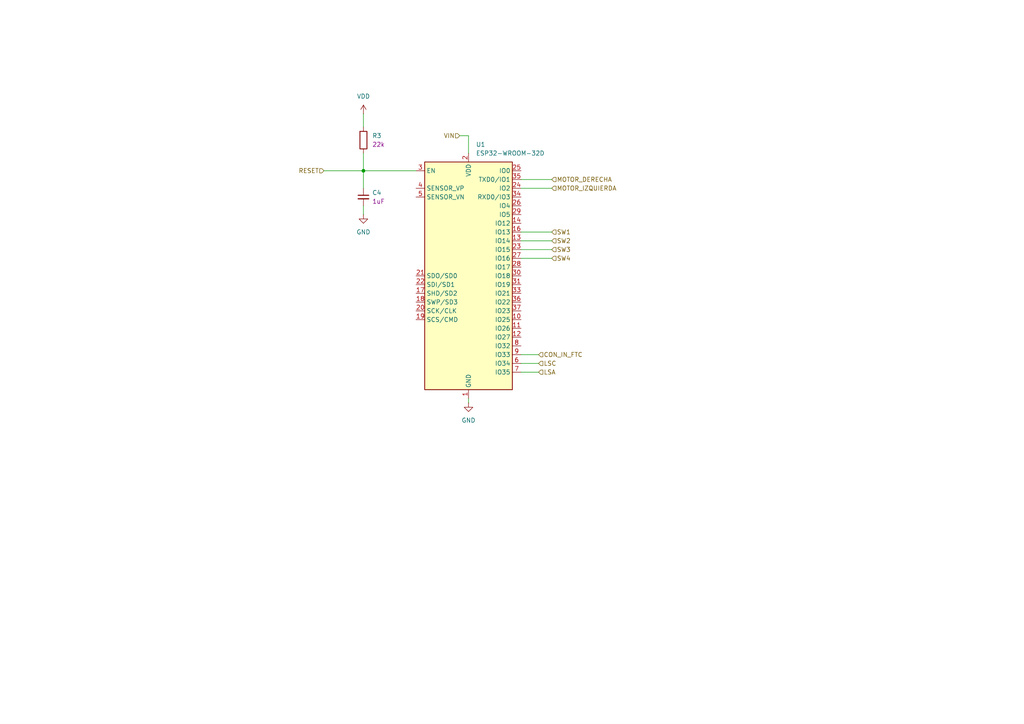
<source format=kicad_sch>
(kicad_sch
	(version 20250114)
	(generator "eeschema")
	(generator_version "9.0")
	(uuid "91235ce3-495d-48b0-bc98-ad70ea9eebda")
	(paper "A4")
	(lib_symbols
		(symbol "PCM_4ms_Capacitor:100nF_0603_16V"
			(pin_numbers
				(hide yes)
			)
			(pin_names
				(offset 0.254)
				(hide yes)
			)
			(exclude_from_sim no)
			(in_bom yes)
			(on_board yes)
			(property "Reference" "C"
				(at 1.905 1.27 0)
				(effects
					(font
						(size 1.27 1.27)
					)
					(justify left)
				)
			)
			(property "Value" "100nF_0603_16V"
				(at 0 3.81 0)
				(effects
					(font
						(size 1.27 1.27)
					)
					(hide yes)
				)
			)
			(property "Footprint" "4ms_Capacitor:C_0603"
				(at -2.54 -5.08 0)
				(effects
					(font
						(size 1.27 1.27)
					)
					(justify left)
					(hide yes)
				)
			)
			(property "Datasheet" ""
				(at 0 0 0)
				(effects
					(font
						(size 1.27 1.27)
					)
					(hide yes)
				)
			)
			(property "Description" "0.1uF, Min. 16V 10%, X7R or X5R or similar"
				(at 0 0 0)
				(effects
					(font
						(size 1.27 1.27)
					)
					(hide yes)
				)
			)
			(property "Specifications" "0.1uF, Min. 16V 10%, X7R or X5R or similar"
				(at -2.54 -7.874 0)
				(effects
					(font
						(size 1.27 1.27)
					)
					(justify left)
					(hide yes)
				)
			)
			(property "Manufacturer" "AVX Corporation"
				(at -2.54 -9.398 0)
				(effects
					(font
						(size 1.27 1.27)
					)
					(justify left)
					(hide yes)
				)
			)
			(property "Part Number" "0603YC104KAT2A"
				(at -2.54 -10.922 0)
				(effects
					(font
						(size 1.27 1.27)
					)
					(justify left)
					(hide yes)
				)
			)
			(property "Display" "0.1uF"
				(at 1.905 -1.27 0)
				(effects
					(font
						(size 1.27 1.27)
					)
					(justify left)
				)
			)
			(property "JLCPCB ID" "C14663"
				(at 1.27 -12.7 0)
				(effects
					(font
						(size 1.27 1.27)
					)
					(hide yes)
				)
			)
			(property "ki_keywords" "100nF_0603_16V"
				(at 0 0 0)
				(effects
					(font
						(size 1.27 1.27)
					)
					(hide yes)
				)
			)
			(property "ki_fp_filters" "C_*"
				(at 0 0 0)
				(effects
					(font
						(size 1.27 1.27)
					)
					(hide yes)
				)
			)
			(symbol "100nF_0603_16V_0_1"
				(polyline
					(pts
						(xy -1.524 0.508) (xy 1.524 0.508)
					)
					(stroke
						(width 0.3048)
						(type default)
					)
					(fill
						(type none)
					)
				)
				(polyline
					(pts
						(xy -1.524 -0.508) (xy 1.524 -0.508)
					)
					(stroke
						(width 0.3302)
						(type default)
					)
					(fill
						(type none)
					)
				)
			)
			(symbol "100nF_0603_16V_1_1"
				(pin passive line
					(at 0 2.54 270)
					(length 2.032)
					(name "~"
						(effects
							(font
								(size 1.27 1.27)
							)
						)
					)
					(number "1"
						(effects
							(font
								(size 1.27 1.27)
							)
						)
					)
				)
				(pin passive line
					(at 0 -2.54 90)
					(length 2.032)
					(name "~"
						(effects
							(font
								(size 1.27 1.27)
							)
						)
					)
					(number "2"
						(effects
							(font
								(size 1.27 1.27)
							)
						)
					)
				)
			)
			(embedded_fonts no)
		)
		(symbol "PCM_4ms_Resistor:22k_0603"
			(pin_numbers
				(hide yes)
			)
			(pin_names
				(offset 0)
			)
			(exclude_from_sim no)
			(in_bom yes)
			(on_board yes)
			(property "Reference" "R"
				(at 2.032 0 90)
				(effects
					(font
						(size 1.27 1.27)
					)
				)
			)
			(property "Value" "22k_0603"
				(at -2.54 0 90)
				(effects
					(font
						(size 1.27 1.27)
					)
					(hide yes)
				)
			)
			(property "Footprint" "4ms_Resistor:R_0603"
				(at -2.54 -12.7 0)
				(effects
					(font
						(size 1.27 1.27)
					)
					(justify left)
					(hide yes)
				)
			)
			(property "Datasheet" ""
				(at 0 0 0)
				(effects
					(font
						(size 1.27 1.27)
					)
					(hide yes)
				)
			)
			(property "Description" "22K, 1%, 1/10W, 0603"
				(at 0 0 0)
				(effects
					(font
						(size 1.27 1.27)
					)
					(hide yes)
				)
			)
			(property "Specifications" "22K, 1%, 1/10W, 0603"
				(at -2.54 -7.874 0)
				(effects
					(font
						(size 1.27 1.27)
					)
					(justify left)
					(hide yes)
				)
			)
			(property "Manufacturer" "Yageo"
				(at -2.54 -9.398 0)
				(effects
					(font
						(size 1.27 1.27)
					)
					(justify left)
					(hide yes)
				)
			)
			(property "Part Number" "RC0603FR-0722KL"
				(at -2.54 -10.922 0)
				(effects
					(font
						(size 1.27 1.27)
					)
					(justify left)
					(hide yes)
				)
			)
			(property "Display" "22k"
				(at 3.81 0 90)
				(effects
					(font
						(size 1.27 1.27)
					)
				)
			)
			(property "JLCPCB ID" "C31850"
				(at 3.81 0 90)
				(effects
					(font
						(size 1.27 1.27)
					)
					(hide yes)
				)
			)
			(property "ki_keywords" "22k_0603"
				(at 0 0 0)
				(effects
					(font
						(size 1.27 1.27)
					)
					(hide yes)
				)
			)
			(property "ki_fp_filters" "R_* R_*"
				(at 0 0 0)
				(effects
					(font
						(size 1.27 1.27)
					)
					(hide yes)
				)
			)
			(symbol "22k_0603_0_1"
				(rectangle
					(start -1.016 -2.54)
					(end 1.016 2.54)
					(stroke
						(width 0.254)
						(type default)
					)
					(fill
						(type none)
					)
				)
			)
			(symbol "22k_0603_1_1"
				(pin passive line
					(at 0 3.81 270)
					(length 1.27)
					(name "~"
						(effects
							(font
								(size 1.27 1.27)
							)
						)
					)
					(number "1"
						(effects
							(font
								(size 1.27 1.27)
							)
						)
					)
				)
				(pin passive line
					(at 0 -3.81 90)
					(length 1.27)
					(name "~"
						(effects
							(font
								(size 1.27 1.27)
							)
						)
					)
					(number "2"
						(effects
							(font
								(size 1.27 1.27)
							)
						)
					)
				)
			)
			(embedded_fonts no)
		)
		(symbol "RF_Module:ESP32-WROOM-32D"
			(exclude_from_sim no)
			(in_bom yes)
			(on_board yes)
			(property "Reference" "U"
				(at -12.7 34.29 0)
				(effects
					(font
						(size 1.27 1.27)
					)
					(justify left)
				)
			)
			(property "Value" "ESP32-WROOM-32D"
				(at 1.27 34.29 0)
				(effects
					(font
						(size 1.27 1.27)
					)
					(justify left)
				)
			)
			(property "Footprint" "RF_Module:ESP32-WROOM-32D"
				(at 16.51 -34.29 0)
				(effects
					(font
						(size 1.27 1.27)
					)
					(hide yes)
				)
			)
			(property "Datasheet" "https://www.espressif.com/sites/default/files/documentation/esp32-wroom-32d_esp32-wroom-32u_datasheet_en.pdf"
				(at -7.62 1.27 0)
				(effects
					(font
						(size 1.27 1.27)
					)
					(hide yes)
				)
			)
			(property "Description" "RF Module, ESP32-D0WD SoC, Wi-Fi 802.11b/g/n, Bluetooth, BLE, 32-bit, 2.7-3.6V, onboard antenna, SMD"
				(at 0 0 0)
				(effects
					(font
						(size 1.27 1.27)
					)
					(hide yes)
				)
			)
			(property "ki_keywords" "RF Radio BT ESP ESP32 Espressif onboard PCB antenna"
				(at 0 0 0)
				(effects
					(font
						(size 1.27 1.27)
					)
					(hide yes)
				)
			)
			(property "ki_fp_filters" "ESP32?WROOM?32D*"
				(at 0 0 0)
				(effects
					(font
						(size 1.27 1.27)
					)
					(hide yes)
				)
			)
			(symbol "ESP32-WROOM-32D_0_1"
				(rectangle
					(start -12.7 33.02)
					(end 12.7 -33.02)
					(stroke
						(width 0.254)
						(type default)
					)
					(fill
						(type background)
					)
				)
			)
			(symbol "ESP32-WROOM-32D_1_1"
				(pin input line
					(at -15.24 30.48 0)
					(length 2.54)
					(name "EN"
						(effects
							(font
								(size 1.27 1.27)
							)
						)
					)
					(number "3"
						(effects
							(font
								(size 1.27 1.27)
							)
						)
					)
				)
				(pin input line
					(at -15.24 25.4 0)
					(length 2.54)
					(name "SENSOR_VP"
						(effects
							(font
								(size 1.27 1.27)
							)
						)
					)
					(number "4"
						(effects
							(font
								(size 1.27 1.27)
							)
						)
					)
				)
				(pin input line
					(at -15.24 22.86 0)
					(length 2.54)
					(name "SENSOR_VN"
						(effects
							(font
								(size 1.27 1.27)
							)
						)
					)
					(number "5"
						(effects
							(font
								(size 1.27 1.27)
							)
						)
					)
				)
				(pin bidirectional line
					(at -15.24 0 0)
					(length 2.54)
					(name "SDO/SD0"
						(effects
							(font
								(size 1.27 1.27)
							)
						)
					)
					(number "21"
						(effects
							(font
								(size 1.27 1.27)
							)
						)
					)
				)
				(pin bidirectional line
					(at -15.24 -2.54 0)
					(length 2.54)
					(name "SDI/SD1"
						(effects
							(font
								(size 1.27 1.27)
							)
						)
					)
					(number "22"
						(effects
							(font
								(size 1.27 1.27)
							)
						)
					)
				)
				(pin bidirectional line
					(at -15.24 -5.08 0)
					(length 2.54)
					(name "SHD/SD2"
						(effects
							(font
								(size 1.27 1.27)
							)
						)
					)
					(number "17"
						(effects
							(font
								(size 1.27 1.27)
							)
						)
					)
				)
				(pin bidirectional line
					(at -15.24 -7.62 0)
					(length 2.54)
					(name "SWP/SD3"
						(effects
							(font
								(size 1.27 1.27)
							)
						)
					)
					(number "18"
						(effects
							(font
								(size 1.27 1.27)
							)
						)
					)
				)
				(pin bidirectional line
					(at -15.24 -10.16 0)
					(length 2.54)
					(name "SCK/CLK"
						(effects
							(font
								(size 1.27 1.27)
							)
						)
					)
					(number "20"
						(effects
							(font
								(size 1.27 1.27)
							)
						)
					)
				)
				(pin bidirectional line
					(at -15.24 -12.7 0)
					(length 2.54)
					(name "SCS/CMD"
						(effects
							(font
								(size 1.27 1.27)
							)
						)
					)
					(number "19"
						(effects
							(font
								(size 1.27 1.27)
							)
						)
					)
				)
				(pin no_connect line
					(at -12.7 -27.94 0)
					(length 2.54)
					(hide yes)
					(name "NC"
						(effects
							(font
								(size 1.27 1.27)
							)
						)
					)
					(number "32"
						(effects
							(font
								(size 1.27 1.27)
							)
						)
					)
				)
				(pin power_in line
					(at 0 35.56 270)
					(length 2.54)
					(name "VDD"
						(effects
							(font
								(size 1.27 1.27)
							)
						)
					)
					(number "2"
						(effects
							(font
								(size 1.27 1.27)
							)
						)
					)
				)
				(pin power_in line
					(at 0 -35.56 90)
					(length 2.54)
					(name "GND"
						(effects
							(font
								(size 1.27 1.27)
							)
						)
					)
					(number "1"
						(effects
							(font
								(size 1.27 1.27)
							)
						)
					)
				)
				(pin passive line
					(at 0 -35.56 90)
					(length 2.54)
					(hide yes)
					(name "GND"
						(effects
							(font
								(size 1.27 1.27)
							)
						)
					)
					(number "15"
						(effects
							(font
								(size 1.27 1.27)
							)
						)
					)
				)
				(pin passive line
					(at 0 -35.56 90)
					(length 2.54)
					(hide yes)
					(name "GND"
						(effects
							(font
								(size 1.27 1.27)
							)
						)
					)
					(number "38"
						(effects
							(font
								(size 1.27 1.27)
							)
						)
					)
				)
				(pin passive line
					(at 0 -35.56 90)
					(length 2.54)
					(hide yes)
					(name "GND"
						(effects
							(font
								(size 1.27 1.27)
							)
						)
					)
					(number "39"
						(effects
							(font
								(size 1.27 1.27)
							)
						)
					)
				)
				(pin bidirectional line
					(at 15.24 30.48 180)
					(length 2.54)
					(name "IO0"
						(effects
							(font
								(size 1.27 1.27)
							)
						)
					)
					(number "25"
						(effects
							(font
								(size 1.27 1.27)
							)
						)
					)
				)
				(pin bidirectional line
					(at 15.24 27.94 180)
					(length 2.54)
					(name "TXD0/IO1"
						(effects
							(font
								(size 1.27 1.27)
							)
						)
					)
					(number "35"
						(effects
							(font
								(size 1.27 1.27)
							)
						)
					)
				)
				(pin bidirectional line
					(at 15.24 25.4 180)
					(length 2.54)
					(name "IO2"
						(effects
							(font
								(size 1.27 1.27)
							)
						)
					)
					(number "24"
						(effects
							(font
								(size 1.27 1.27)
							)
						)
					)
				)
				(pin bidirectional line
					(at 15.24 22.86 180)
					(length 2.54)
					(name "RXD0/IO3"
						(effects
							(font
								(size 1.27 1.27)
							)
						)
					)
					(number "34"
						(effects
							(font
								(size 1.27 1.27)
							)
						)
					)
				)
				(pin bidirectional line
					(at 15.24 20.32 180)
					(length 2.54)
					(name "IO4"
						(effects
							(font
								(size 1.27 1.27)
							)
						)
					)
					(number "26"
						(effects
							(font
								(size 1.27 1.27)
							)
						)
					)
				)
				(pin bidirectional line
					(at 15.24 17.78 180)
					(length 2.54)
					(name "IO5"
						(effects
							(font
								(size 1.27 1.27)
							)
						)
					)
					(number "29"
						(effects
							(font
								(size 1.27 1.27)
							)
						)
					)
				)
				(pin bidirectional line
					(at 15.24 15.24 180)
					(length 2.54)
					(name "IO12"
						(effects
							(font
								(size 1.27 1.27)
							)
						)
					)
					(number "14"
						(effects
							(font
								(size 1.27 1.27)
							)
						)
					)
				)
				(pin bidirectional line
					(at 15.24 12.7 180)
					(length 2.54)
					(name "IO13"
						(effects
							(font
								(size 1.27 1.27)
							)
						)
					)
					(number "16"
						(effects
							(font
								(size 1.27 1.27)
							)
						)
					)
				)
				(pin bidirectional line
					(at 15.24 10.16 180)
					(length 2.54)
					(name "IO14"
						(effects
							(font
								(size 1.27 1.27)
							)
						)
					)
					(number "13"
						(effects
							(font
								(size 1.27 1.27)
							)
						)
					)
				)
				(pin bidirectional line
					(at 15.24 7.62 180)
					(length 2.54)
					(name "IO15"
						(effects
							(font
								(size 1.27 1.27)
							)
						)
					)
					(number "23"
						(effects
							(font
								(size 1.27 1.27)
							)
						)
					)
				)
				(pin bidirectional line
					(at 15.24 5.08 180)
					(length 2.54)
					(name "IO16"
						(effects
							(font
								(size 1.27 1.27)
							)
						)
					)
					(number "27"
						(effects
							(font
								(size 1.27 1.27)
							)
						)
					)
				)
				(pin bidirectional line
					(at 15.24 2.54 180)
					(length 2.54)
					(name "IO17"
						(effects
							(font
								(size 1.27 1.27)
							)
						)
					)
					(number "28"
						(effects
							(font
								(size 1.27 1.27)
							)
						)
					)
				)
				(pin bidirectional line
					(at 15.24 0 180)
					(length 2.54)
					(name "IO18"
						(effects
							(font
								(size 1.27 1.27)
							)
						)
					)
					(number "30"
						(effects
							(font
								(size 1.27 1.27)
							)
						)
					)
				)
				(pin bidirectional line
					(at 15.24 -2.54 180)
					(length 2.54)
					(name "IO19"
						(effects
							(font
								(size 1.27 1.27)
							)
						)
					)
					(number "31"
						(effects
							(font
								(size 1.27 1.27)
							)
						)
					)
				)
				(pin bidirectional line
					(at 15.24 -5.08 180)
					(length 2.54)
					(name "IO21"
						(effects
							(font
								(size 1.27 1.27)
							)
						)
					)
					(number "33"
						(effects
							(font
								(size 1.27 1.27)
							)
						)
					)
				)
				(pin bidirectional line
					(at 15.24 -7.62 180)
					(length 2.54)
					(name "IO22"
						(effects
							(font
								(size 1.27 1.27)
							)
						)
					)
					(number "36"
						(effects
							(font
								(size 1.27 1.27)
							)
						)
					)
				)
				(pin bidirectional line
					(at 15.24 -10.16 180)
					(length 2.54)
					(name "IO23"
						(effects
							(font
								(size 1.27 1.27)
							)
						)
					)
					(number "37"
						(effects
							(font
								(size 1.27 1.27)
							)
						)
					)
				)
				(pin bidirectional line
					(at 15.24 -12.7 180)
					(length 2.54)
					(name "IO25"
						(effects
							(font
								(size 1.27 1.27)
							)
						)
					)
					(number "10"
						(effects
							(font
								(size 1.27 1.27)
							)
						)
					)
				)
				(pin bidirectional line
					(at 15.24 -15.24 180)
					(length 2.54)
					(name "IO26"
						(effects
							(font
								(size 1.27 1.27)
							)
						)
					)
					(number "11"
						(effects
							(font
								(size 1.27 1.27)
							)
						)
					)
				)
				(pin bidirectional line
					(at 15.24 -17.78 180)
					(length 2.54)
					(name "IO27"
						(effects
							(font
								(size 1.27 1.27)
							)
						)
					)
					(number "12"
						(effects
							(font
								(size 1.27 1.27)
							)
						)
					)
				)
				(pin bidirectional line
					(at 15.24 -20.32 180)
					(length 2.54)
					(name "IO32"
						(effects
							(font
								(size 1.27 1.27)
							)
						)
					)
					(number "8"
						(effects
							(font
								(size 1.27 1.27)
							)
						)
					)
				)
				(pin bidirectional line
					(at 15.24 -22.86 180)
					(length 2.54)
					(name "IO33"
						(effects
							(font
								(size 1.27 1.27)
							)
						)
					)
					(number "9"
						(effects
							(font
								(size 1.27 1.27)
							)
						)
					)
				)
				(pin input line
					(at 15.24 -25.4 180)
					(length 2.54)
					(name "IO34"
						(effects
							(font
								(size 1.27 1.27)
							)
						)
					)
					(number "6"
						(effects
							(font
								(size 1.27 1.27)
							)
						)
					)
				)
				(pin input line
					(at 15.24 -27.94 180)
					(length 2.54)
					(name "IO35"
						(effects
							(font
								(size 1.27 1.27)
							)
						)
					)
					(number "7"
						(effects
							(font
								(size 1.27 1.27)
							)
						)
					)
				)
			)
			(embedded_fonts no)
		)
		(symbol "power:GND"
			(power)
			(pin_numbers
				(hide yes)
			)
			(pin_names
				(offset 0)
				(hide yes)
			)
			(exclude_from_sim no)
			(in_bom yes)
			(on_board yes)
			(property "Reference" "#PWR"
				(at 0 -6.35 0)
				(effects
					(font
						(size 1.27 1.27)
					)
					(hide yes)
				)
			)
			(property "Value" "GND"
				(at 0 -3.81 0)
				(effects
					(font
						(size 1.27 1.27)
					)
				)
			)
			(property "Footprint" ""
				(at 0 0 0)
				(effects
					(font
						(size 1.27 1.27)
					)
					(hide yes)
				)
			)
			(property "Datasheet" ""
				(at 0 0 0)
				(effects
					(font
						(size 1.27 1.27)
					)
					(hide yes)
				)
			)
			(property "Description" "Power symbol creates a global label with name \"GND\" , ground"
				(at 0 0 0)
				(effects
					(font
						(size 1.27 1.27)
					)
					(hide yes)
				)
			)
			(property "ki_keywords" "global power"
				(at 0 0 0)
				(effects
					(font
						(size 1.27 1.27)
					)
					(hide yes)
				)
			)
			(symbol "GND_0_1"
				(polyline
					(pts
						(xy 0 0) (xy 0 -1.27) (xy 1.27 -1.27) (xy 0 -2.54) (xy -1.27 -1.27) (xy 0 -1.27)
					)
					(stroke
						(width 0)
						(type default)
					)
					(fill
						(type none)
					)
				)
			)
			(symbol "GND_1_1"
				(pin power_in line
					(at 0 0 270)
					(length 0)
					(name "~"
						(effects
							(font
								(size 1.27 1.27)
							)
						)
					)
					(number "1"
						(effects
							(font
								(size 1.27 1.27)
							)
						)
					)
				)
			)
			(embedded_fonts no)
		)
		(symbol "power:VDD"
			(power)
			(pin_numbers
				(hide yes)
			)
			(pin_names
				(offset 0)
				(hide yes)
			)
			(exclude_from_sim no)
			(in_bom yes)
			(on_board yes)
			(property "Reference" "#PWR"
				(at 0 -3.81 0)
				(effects
					(font
						(size 1.27 1.27)
					)
					(hide yes)
				)
			)
			(property "Value" "VDD"
				(at 0 3.556 0)
				(effects
					(font
						(size 1.27 1.27)
					)
				)
			)
			(property "Footprint" ""
				(at 0 0 0)
				(effects
					(font
						(size 1.27 1.27)
					)
					(hide yes)
				)
			)
			(property "Datasheet" ""
				(at 0 0 0)
				(effects
					(font
						(size 1.27 1.27)
					)
					(hide yes)
				)
			)
			(property "Description" "Power symbol creates a global label with name \"VDD\""
				(at 0 0 0)
				(effects
					(font
						(size 1.27 1.27)
					)
					(hide yes)
				)
			)
			(property "ki_keywords" "global power"
				(at 0 0 0)
				(effects
					(font
						(size 1.27 1.27)
					)
					(hide yes)
				)
			)
			(symbol "VDD_0_1"
				(polyline
					(pts
						(xy -0.762 1.27) (xy 0 2.54)
					)
					(stroke
						(width 0)
						(type default)
					)
					(fill
						(type none)
					)
				)
				(polyline
					(pts
						(xy 0 2.54) (xy 0.762 1.27)
					)
					(stroke
						(width 0)
						(type default)
					)
					(fill
						(type none)
					)
				)
				(polyline
					(pts
						(xy 0 0) (xy 0 2.54)
					)
					(stroke
						(width 0)
						(type default)
					)
					(fill
						(type none)
					)
				)
			)
			(symbol "VDD_1_1"
				(pin power_in line
					(at 0 0 90)
					(length 0)
					(name "~"
						(effects
							(font
								(size 1.27 1.27)
							)
						)
					)
					(number "1"
						(effects
							(font
								(size 1.27 1.27)
							)
						)
					)
				)
			)
			(embedded_fonts no)
		)
	)
	(junction
		(at 105.41 49.53)
		(diameter 0)
		(color 0 0 0 0)
		(uuid "9074619f-d4c8-49da-a6d6-837d1a6786a7")
	)
	(wire
		(pts
			(xy 133.35 39.37) (xy 135.89 39.37)
		)
		(stroke
			(width 0)
			(type default)
		)
		(uuid "0419e1d4-907d-4277-8709-17e570819f58")
	)
	(wire
		(pts
			(xy 151.13 105.41) (xy 156.21 105.41)
		)
		(stroke
			(width 0)
			(type default)
		)
		(uuid "0859329f-06ec-4131-8a11-5ee21197a782")
	)
	(wire
		(pts
			(xy 105.41 33.02) (xy 105.41 36.83)
		)
		(stroke
			(width 0)
			(type default)
		)
		(uuid "11890e6d-e9a9-4f48-8456-1ff8fc8cef42")
	)
	(wire
		(pts
			(xy 160.02 52.07) (xy 151.13 52.07)
		)
		(stroke
			(width 0)
			(type default)
		)
		(uuid "202ede86-d24d-4894-bfff-df0b283e292d")
	)
	(wire
		(pts
			(xy 151.13 102.87) (xy 156.21 102.87)
		)
		(stroke
			(width 0)
			(type default)
		)
		(uuid "218a78a8-2ebb-4f9c-bd3e-6e83bb84fc88")
	)
	(wire
		(pts
			(xy 93.98 49.53) (xy 105.41 49.53)
		)
		(stroke
			(width 0)
			(type default)
		)
		(uuid "4338a38b-0da4-4e2c-a930-552fe100c193")
	)
	(wire
		(pts
			(xy 105.41 59.69) (xy 105.41 62.23)
		)
		(stroke
			(width 0)
			(type default)
		)
		(uuid "477f112b-7419-484c-872b-cc82201613c5")
	)
	(wire
		(pts
			(xy 160.02 72.39) (xy 151.13 72.39)
		)
		(stroke
			(width 0)
			(type default)
		)
		(uuid "485dfbcb-267c-46ce-a059-9c31100e5f68")
	)
	(wire
		(pts
			(xy 151.13 67.31) (xy 160.02 67.31)
		)
		(stroke
			(width 0)
			(type default)
		)
		(uuid "4df95eb1-448f-4b94-911b-f6a9dfcf4040")
	)
	(wire
		(pts
			(xy 160.02 54.61) (xy 151.13 54.61)
		)
		(stroke
			(width 0)
			(type default)
		)
		(uuid "4e1402d0-c14b-43da-9355-7209d4bba39d")
	)
	(wire
		(pts
			(xy 105.41 49.53) (xy 120.65 49.53)
		)
		(stroke
			(width 0)
			(type default)
		)
		(uuid "586392df-29c3-4dc2-927d-7d68dae36ed1")
	)
	(wire
		(pts
			(xy 160.02 74.93) (xy 151.13 74.93)
		)
		(stroke
			(width 0)
			(type default)
		)
		(uuid "730e93fb-09f3-43fa-9b38-f4ae43f551f8")
	)
	(wire
		(pts
			(xy 135.89 39.37) (xy 135.89 44.45)
		)
		(stroke
			(width 0)
			(type default)
		)
		(uuid "8bb0e4c7-2b20-4ac7-8b19-eb7df5cd5b69")
	)
	(wire
		(pts
			(xy 151.13 107.95) (xy 156.21 107.95)
		)
		(stroke
			(width 0)
			(type default)
		)
		(uuid "a0b537df-db47-4490-8297-a61e42a072db")
	)
	(wire
		(pts
			(xy 105.41 44.45) (xy 105.41 49.53)
		)
		(stroke
			(width 0)
			(type default)
		)
		(uuid "b1a3e9bb-a18b-4f2b-87d2-85e0180243dc")
	)
	(wire
		(pts
			(xy 105.41 49.53) (xy 105.41 54.61)
		)
		(stroke
			(width 0)
			(type default)
		)
		(uuid "f144d254-8548-4a89-bde6-7fbbde35687c")
	)
	(wire
		(pts
			(xy 135.89 115.57) (xy 135.89 116.84)
		)
		(stroke
			(width 0)
			(type default)
		)
		(uuid "f506443e-f8a9-494c-88b8-d6cbd33f4c93")
	)
	(wire
		(pts
			(xy 151.13 69.85) (xy 160.02 69.85)
		)
		(stroke
			(width 0)
			(type default)
		)
		(uuid "ffe43c55-97be-4b0d-8df5-726e92120197")
	)
	(hierarchical_label "SW4"
		(shape input)
		(at 160.02 74.93 0)
		(effects
			(font
				(size 1.27 1.27)
			)
			(justify left)
		)
		(uuid "2b5a2c48-6eea-4fee-88f0-7df7caffeca1")
	)
	(hierarchical_label "LSC"
		(shape input)
		(at 156.21 105.41 0)
		(effects
			(font
				(size 1.27 1.27)
			)
			(justify left)
		)
		(uuid "3a4b162c-e1be-4d94-b6df-e402d69bbd32")
	)
	(hierarchical_label "LSA"
		(shape input)
		(at 156.21 107.95 0)
		(effects
			(font
				(size 1.27 1.27)
			)
			(justify left)
		)
		(uuid "5b6ba111-59a3-4864-bf49-1037bf539b86")
	)
	(hierarchical_label "RESET"
		(shape input)
		(at 93.98 49.53 180)
		(effects
			(font
				(size 1.27 1.27)
			)
			(justify right)
		)
		(uuid "5ee12bf0-df3c-4b5c-991f-c49ce31ae66e")
	)
	(hierarchical_label "SW2"
		(shape input)
		(at 160.02 69.85 0)
		(effects
			(font
				(size 1.27 1.27)
			)
			(justify left)
		)
		(uuid "a56582d2-60bd-4a70-be63-73ab09f50e8c")
	)
	(hierarchical_label "MOTOR_IZQUIERDA"
		(shape input)
		(at 160.02 54.61 0)
		(effects
			(font
				(size 1.27 1.27)
			)
			(justify left)
		)
		(uuid "a88ac71a-0bdc-4871-a463-cf59d9819a24")
	)
	(hierarchical_label "SW1"
		(shape input)
		(at 160.02 67.31 0)
		(effects
			(font
				(size 1.27 1.27)
			)
			(justify left)
		)
		(uuid "db5c053f-b6c3-4523-9098-44de018b7ffe")
	)
	(hierarchical_label "CON_IN_FTC"
		(shape input)
		(at 156.21 102.87 0)
		(effects
			(font
				(size 1.27 1.27)
			)
			(justify left)
		)
		(uuid "e50223c9-f06a-4c95-9925-6c6c68b5ba9a")
	)
	(hierarchical_label "VIN"
		(shape input)
		(at 133.35 39.37 180)
		(effects
			(font
				(size 1.27 1.27)
			)
			(justify right)
		)
		(uuid "e6139529-4a8a-4f09-b450-40ff200c41b1")
	)
	(hierarchical_label "MOTOR_DERECHA"
		(shape input)
		(at 160.02 52.07 0)
		(effects
			(font
				(size 1.27 1.27)
			)
			(justify left)
		)
		(uuid "f7a9cafe-458d-4758-8348-005acb55436d")
	)
	(hierarchical_label "SW3"
		(shape input)
		(at 160.02 72.39 0)
		(effects
			(font
				(size 1.27 1.27)
			)
			(justify left)
		)
		(uuid "f938fc2c-5bcc-4a22-96c2-9bc3723632af")
	)
	(symbol
		(lib_id "power:GND")
		(at 135.89 116.84 0)
		(unit 1)
		(exclude_from_sim no)
		(in_bom yes)
		(on_board yes)
		(dnp no)
		(fields_autoplaced yes)
		(uuid "3e0857cc-3610-4b70-a8f4-9a16d6cf0aa3")
		(property "Reference" "#PWR01"
			(at 135.89 123.19 0)
			(effects
				(font
					(size 1.27 1.27)
				)
				(hide yes)
			)
		)
		(property "Value" "GND"
			(at 135.89 121.92 0)
			(effects
				(font
					(size 1.27 1.27)
				)
			)
		)
		(property "Footprint" ""
			(at 135.89 116.84 0)
			(effects
				(font
					(size 1.27 1.27)
				)
				(hide yes)
			)
		)
		(property "Datasheet" ""
			(at 135.89 116.84 0)
			(effects
				(font
					(size 1.27 1.27)
				)
				(hide yes)
			)
		)
		(property "Description" "Power symbol creates a global label with name \"GND\" , ground"
			(at 135.89 116.84 0)
			(effects
				(font
					(size 1.27 1.27)
				)
				(hide yes)
			)
		)
		(pin "1"
			(uuid "22deb5fd-c84b-4a5a-a916-dc9f29175d8c")
		)
		(instances
			(project ""
				(path "/0074ed61-f346-42bd-a29d-d171d80548f4/510462ea-d4f2-4035-93d1-12ab41753ca9/0290fa9c-6937-4d44-bf9f-4418d5b45de4"
					(reference "#PWR01")
					(unit 1)
				)
			)
		)
	)
	(symbol
		(lib_id "power:GND")
		(at 105.41 62.23 0)
		(unit 1)
		(exclude_from_sim no)
		(in_bom yes)
		(on_board yes)
		(dnp no)
		(fields_autoplaced yes)
		(uuid "64c30ab5-3762-40dd-8b0c-1fdc3309ea68")
		(property "Reference" "#PWR011"
			(at 105.41 68.58 0)
			(effects
				(font
					(size 1.27 1.27)
				)
				(hide yes)
			)
		)
		(property "Value" "GND"
			(at 105.41 67.31 0)
			(effects
				(font
					(size 1.27 1.27)
				)
			)
		)
		(property "Footprint" ""
			(at 105.41 62.23 0)
			(effects
				(font
					(size 1.27 1.27)
				)
				(hide yes)
			)
		)
		(property "Datasheet" ""
			(at 105.41 62.23 0)
			(effects
				(font
					(size 1.27 1.27)
				)
				(hide yes)
			)
		)
		(property "Description" "Power symbol creates a global label with name \"GND\" , ground"
			(at 105.41 62.23 0)
			(effects
				(font
					(size 1.27 1.27)
				)
				(hide yes)
			)
		)
		(pin "1"
			(uuid "bfb99a08-43b5-4ecf-bcdf-7e5d3efd3d6c")
		)
		(instances
			(project "PLACA"
				(path "/0074ed61-f346-42bd-a29d-d171d80548f4/510462ea-d4f2-4035-93d1-12ab41753ca9/0290fa9c-6937-4d44-bf9f-4418d5b45de4"
					(reference "#PWR011")
					(unit 1)
				)
			)
		)
	)
	(symbol
		(lib_id "PCM_4ms_Capacitor:100nF_0603_16V")
		(at 105.41 57.15 0)
		(unit 1)
		(exclude_from_sim no)
		(in_bom yes)
		(on_board yes)
		(dnp no)
		(fields_autoplaced yes)
		(uuid "678fb893-43e4-40bb-9689-4695b13ab6b2")
		(property "Reference" "C4"
			(at 107.95 55.8862 0)
			(effects
				(font
					(size 1.27 1.27)
				)
				(justify left)
			)
		)
		(property "Value" "100nF_0603_16V"
			(at 105.41 53.34 0)
			(effects
				(font
					(size 1.27 1.27)
				)
				(hide yes)
			)
		)
		(property "Footprint" "PCM_4ms_Capacitor:C_0603"
			(at 102.87 62.23 0)
			(effects
				(font
					(size 1.27 1.27)
				)
				(justify left)
				(hide yes)
			)
		)
		(property "Datasheet" ""
			(at 105.41 57.15 0)
			(effects
				(font
					(size 1.27 1.27)
				)
				(hide yes)
			)
		)
		(property "Description" "0.1uF, Min. 16V 10%, X7R or X5R or similar"
			(at 105.41 57.15 0)
			(effects
				(font
					(size 1.27 1.27)
				)
				(hide yes)
			)
		)
		(property "Specifications" "0.1uF, Min. 16V 10%, X7R or X5R or similar"
			(at 102.87 65.024 0)
			(effects
				(font
					(size 1.27 1.27)
				)
				(justify left)
				(hide yes)
			)
		)
		(property "Manufacturer" "AVX Corporation"
			(at 102.87 66.548 0)
			(effects
				(font
					(size 1.27 1.27)
				)
				(justify left)
				(hide yes)
			)
		)
		(property "Part Number" "0603YC104KAT2A"
			(at 102.87 68.072 0)
			(effects
				(font
					(size 1.27 1.27)
				)
				(justify left)
				(hide yes)
			)
		)
		(property "Display" "1uF"
			(at 107.95 58.4262 0)
			(effects
				(font
					(size 1.27 1.27)
				)
				(justify left)
			)
		)
		(property "JLCPCB ID" "C14663"
			(at 106.68 69.85 0)
			(effects
				(font
					(size 1.27 1.27)
				)
				(hide yes)
			)
		)
		(pin "1"
			(uuid "3e20e8b3-645c-48e6-baa2-7ea943a73947")
		)
		(pin "2"
			(uuid "7ed89823-0278-4c7b-ae44-8634c5d23d9e")
		)
		(instances
			(project "PLACA"
				(path "/0074ed61-f346-42bd-a29d-d171d80548f4/510462ea-d4f2-4035-93d1-12ab41753ca9/0290fa9c-6937-4d44-bf9f-4418d5b45de4"
					(reference "C4")
					(unit 1)
				)
			)
		)
	)
	(symbol
		(lib_id "PCM_4ms_Resistor:22k_0603")
		(at 105.41 40.64 0)
		(unit 1)
		(exclude_from_sim no)
		(in_bom yes)
		(on_board yes)
		(dnp no)
		(fields_autoplaced yes)
		(uuid "934748a2-fe3c-426f-b7e8-bd286da562f1")
		(property "Reference" "R3"
			(at 107.95 39.3699 0)
			(effects
				(font
					(size 1.27 1.27)
				)
				(justify left)
			)
		)
		(property "Value" "22k_0603"
			(at 102.87 40.64 90)
			(effects
				(font
					(size 1.27 1.27)
				)
				(hide yes)
			)
		)
		(property "Footprint" "PCM_4ms_Resistor:R_0603"
			(at 102.87 53.34 0)
			(effects
				(font
					(size 1.27 1.27)
				)
				(justify left)
				(hide yes)
			)
		)
		(property "Datasheet" ""
			(at 105.41 40.64 0)
			(effects
				(font
					(size 1.27 1.27)
				)
				(hide yes)
			)
		)
		(property "Description" "22K, 1%, 1/10W, 0603"
			(at 105.41 40.64 0)
			(effects
				(font
					(size 1.27 1.27)
				)
				(hide yes)
			)
		)
		(property "Specifications" "22K, 1%, 1/10W, 0603"
			(at 102.87 48.514 0)
			(effects
				(font
					(size 1.27 1.27)
				)
				(justify left)
				(hide yes)
			)
		)
		(property "Manufacturer" "Yageo"
			(at 102.87 50.038 0)
			(effects
				(font
					(size 1.27 1.27)
				)
				(justify left)
				(hide yes)
			)
		)
		(property "Part Number" "RC0603FR-0722KL"
			(at 102.87 51.562 0)
			(effects
				(font
					(size 1.27 1.27)
				)
				(justify left)
				(hide yes)
			)
		)
		(property "Display" "22k"
			(at 107.95 41.9099 0)
			(effects
				(font
					(size 1.27 1.27)
				)
				(justify left)
			)
		)
		(property "JLCPCB ID" "C31850"
			(at 109.22 40.64 90)
			(effects
				(font
					(size 1.27 1.27)
				)
				(hide yes)
			)
		)
		(pin "1"
			(uuid "e6264bc2-8d37-45bf-aced-4062262688c7")
		)
		(pin "2"
			(uuid "fd701f15-8919-410e-ab2f-81749cf699b3")
		)
		(instances
			(project "PLACA"
				(path "/0074ed61-f346-42bd-a29d-d171d80548f4/510462ea-d4f2-4035-93d1-12ab41753ca9/0290fa9c-6937-4d44-bf9f-4418d5b45de4"
					(reference "R3")
					(unit 1)
				)
			)
		)
	)
	(symbol
		(lib_id "RF_Module:ESP32-WROOM-32D")
		(at 135.89 80.01 0)
		(unit 1)
		(exclude_from_sim no)
		(in_bom yes)
		(on_board yes)
		(dnp no)
		(fields_autoplaced yes)
		(uuid "ec50b8c7-b55d-48c5-ab3b-baab56d01089")
		(property "Reference" "U1"
			(at 138.0333 41.91 0)
			(effects
				(font
					(size 1.27 1.27)
				)
				(justify left)
			)
		)
		(property "Value" "ESP32-WROOM-32D"
			(at 138.0333 44.45 0)
			(effects
				(font
					(size 1.27 1.27)
				)
				(justify left)
			)
		)
		(property "Footprint" "RF_Module:ESP32-C3-DevKitM-1"
			(at 152.4 114.3 0)
			(effects
				(font
					(size 1.27 1.27)
				)
				(hide yes)
			)
		)
		(property "Datasheet" "https://www.espressif.com/sites/default/files/documentation/esp32-wroom-32d_esp32-wroom-32u_datasheet_en.pdf"
			(at 128.27 78.74 0)
			(effects
				(font
					(size 1.27 1.27)
				)
				(hide yes)
			)
		)
		(property "Description" "RF Module, ESP32-D0WD SoC, Wi-Fi 802.11b/g/n, Bluetooth, BLE, 32-bit, 2.7-3.6V, onboard antenna, SMD"
			(at 135.89 80.01 0)
			(effects
				(font
					(size 1.27 1.27)
				)
				(hide yes)
			)
		)
		(pin "26"
			(uuid "7fbfdd2a-711c-42aa-8cec-e7901108412a")
		)
		(pin "14"
			(uuid "01b72968-1ee4-411d-bf88-000263f5a297")
		)
		(pin "16"
			(uuid "755f6145-9bc6-4bca-81e8-c7c670503b07")
		)
		(pin "12"
			(uuid "f428503f-e59e-4b2b-9d7d-d046cade007e")
		)
		(pin "8"
			(uuid "05cade52-bcd3-4829-aed9-d980b6624664")
		)
		(pin "24"
			(uuid "9da60712-0531-49a5-b5d1-474888edba16")
		)
		(pin "36"
			(uuid "a257837e-f8ca-4045-9fa9-55d4d57d05a6")
		)
		(pin "30"
			(uuid "3ba20af8-4373-43e7-aa58-77a80b9a0701")
		)
		(pin "11"
			(uuid "0ff07f5a-1b4a-4137-9e1c-f39e64dc9d2d")
		)
		(pin "13"
			(uuid "f7dc3671-aec7-45ab-b741-f2307caf8ca5")
		)
		(pin "23"
			(uuid "e5188787-cc93-4d50-9d70-34674f4bee0a")
		)
		(pin "28"
			(uuid "b12029b0-1ba7-4e8e-8966-86ec30423216")
		)
		(pin "9"
			(uuid "a37d7b7f-2c54-49e0-a467-8a42b2cc2ecb")
		)
		(pin "33"
			(uuid "7d993462-191a-4d12-920d-30bc6a0489b1")
		)
		(pin "29"
			(uuid "5d52405e-0eaa-4bfa-a204-c7a37d3ed5eb")
		)
		(pin "7"
			(uuid "621ade60-a7f5-4c6f-bf3b-176b3147d2e2")
		)
		(pin "34"
			(uuid "8287b277-a414-4518-9d67-e38000c7c936")
		)
		(pin "6"
			(uuid "cd933010-52aa-407e-b536-fd87957604c4")
		)
		(pin "10"
			(uuid "a5c0d501-2d70-4c82-aaab-b122a410f28e")
		)
		(pin "37"
			(uuid "2defffe4-6e7b-4c7f-8be1-f0cb111533b4")
		)
		(pin "27"
			(uuid "ac139fe9-bd4a-49de-8147-e409e5cd2549")
		)
		(pin "31"
			(uuid "693d67ca-0804-487d-9da1-1fe85f0cbfeb")
		)
		(pin "18"
			(uuid "0f8f2238-2a5a-4796-a091-851dcf949a8a")
		)
		(pin "32"
			(uuid "482bb3ac-e7b7-4bd5-82fe-11a88806bbb4")
		)
		(pin "2"
			(uuid "d011516c-4458-4ec2-9af0-4b46dec5c7e0")
		)
		(pin "15"
			(uuid "1fb0f756-551d-4178-8cfd-68360d437c51")
		)
		(pin "38"
			(uuid "2f836af5-9d14-4f5a-b219-52851f6ee31d")
		)
		(pin "21"
			(uuid "cad9775f-e587-4c98-bb3a-7101f1df2eda")
		)
		(pin "39"
			(uuid "aa268c99-db89-4b7f-be90-c71c2773b2e2")
		)
		(pin "19"
			(uuid "d8900101-ceb2-4354-9772-c2ef20abff8d")
		)
		(pin "25"
			(uuid "fd389167-7d21-432b-9b3a-f0a59f9de5b3")
		)
		(pin "3"
			(uuid "13e220a0-a3e0-4164-afa2-e27ccd4e21f2")
		)
		(pin "22"
			(uuid "b220ba8f-2787-4d4a-bcbc-97988bb401a0")
		)
		(pin "20"
			(uuid "8f636dec-808e-450e-8624-bb7aae6b2183")
		)
		(pin "1"
			(uuid "1e187c15-1eaf-4c13-854b-149f224c18e3")
		)
		(pin "35"
			(uuid "ea1785f4-3eab-4a1a-8833-1914d0e2c8aa")
		)
		(pin "4"
			(uuid "dce64e86-2248-4527-a4f5-843185c2a868")
		)
		(pin "5"
			(uuid "4f47da81-ad63-4d2c-82ec-63098e201d7d")
		)
		(pin "17"
			(uuid "58e2f69b-49d8-483a-9fcf-b1cab8ef07ea")
		)
		(instances
			(project ""
				(path "/0074ed61-f346-42bd-a29d-d171d80548f4/510462ea-d4f2-4035-93d1-12ab41753ca9/0290fa9c-6937-4d44-bf9f-4418d5b45de4"
					(reference "U1")
					(unit 1)
				)
			)
		)
	)
	(symbol
		(lib_id "power:VDD")
		(at 105.41 33.02 0)
		(unit 1)
		(exclude_from_sim no)
		(in_bom yes)
		(on_board yes)
		(dnp no)
		(fields_autoplaced yes)
		(uuid "f411ccdb-06ea-4fb6-9c65-dfcf255fb464")
		(property "Reference" "#PWR010"
			(at 105.41 36.83 0)
			(effects
				(font
					(size 1.27 1.27)
				)
				(hide yes)
			)
		)
		(property "Value" "VDD"
			(at 105.41 27.94 0)
			(effects
				(font
					(size 1.27 1.27)
				)
			)
		)
		(property "Footprint" ""
			(at 105.41 33.02 0)
			(effects
				(font
					(size 1.27 1.27)
				)
				(hide yes)
			)
		)
		(property "Datasheet" ""
			(at 105.41 33.02 0)
			(effects
				(font
					(size 1.27 1.27)
				)
				(hide yes)
			)
		)
		(property "Description" "Power symbol creates a global label with name \"VDD\""
			(at 105.41 33.02 0)
			(effects
				(font
					(size 1.27 1.27)
				)
				(hide yes)
			)
		)
		(pin "1"
			(uuid "7c2118da-0a17-411d-bdee-74b4e5026436")
		)
		(instances
			(project "PLACA"
				(path "/0074ed61-f346-42bd-a29d-d171d80548f4/510462ea-d4f2-4035-93d1-12ab41753ca9/0290fa9c-6937-4d44-bf9f-4418d5b45de4"
					(reference "#PWR010")
					(unit 1)
				)
			)
		)
	)
)

</source>
